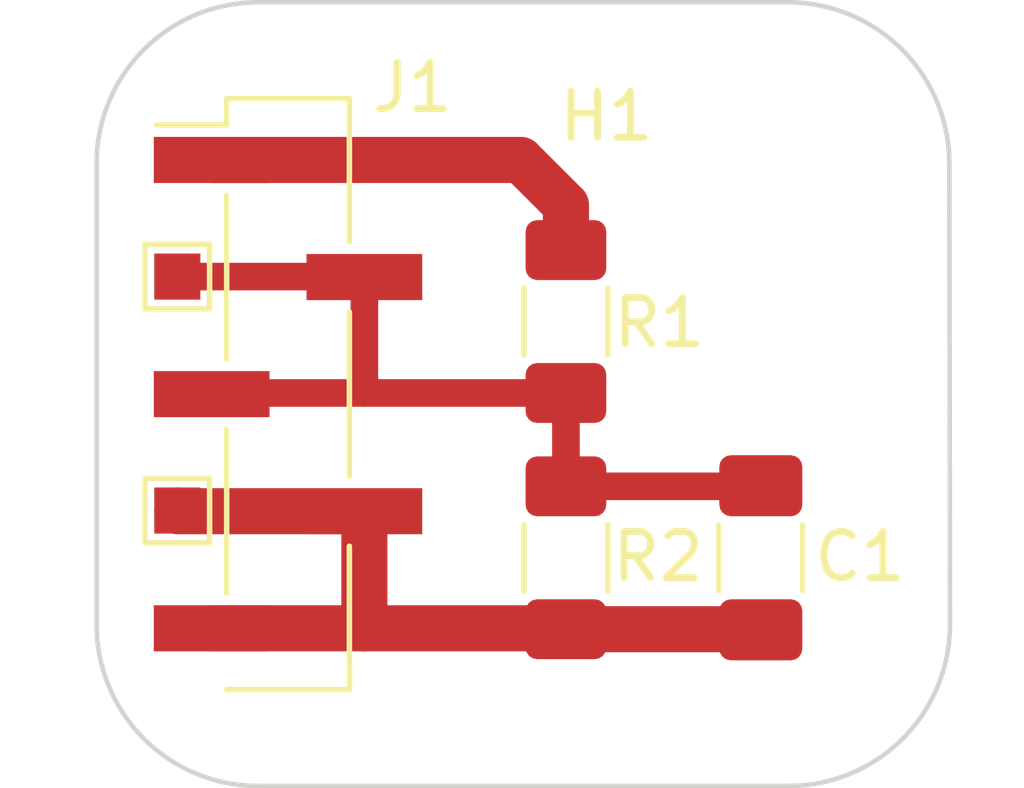
<source format=kicad_pcb>
(kicad_pcb (version 20221018) (generator pcbnew)
  (layers (0 "F.Cu" signal) (31 "B.Cu" signal) (34 "B.Paste" user) (35 "F.Paste" user) (36 "B.SilkS" user "B.Silkscreen") (37 "F.SilkS" user "F.Silkscreen") (38 "B.Mask" user) (39 "F.Mask" user) (44 "Edge.Cuts" user))
  (net 0 "")
  (net 1 "Net-(J1-Pin_2)")
  (net 2 "gnd")
  (net 3 "vcc")
  (footprint "TestPoint:TestPoint_Pad_1.0x1.0mm" (layer "F.Cu") (at 101.75 94.025)
    (fp_text reference "TP4" hide)
    (fp_text value "TestPoint")
    (fp_line (start -0.7 -0.7) (end 0.7 -0.7) (stroke (width 0.12)) (layer "F.SilkS"))
    (fp_line (start -0.7 0.7) (end -0.7 -0.7) (stroke (width 0.12)) (layer "F.SilkS"))
    (fp_line (start 0.7 -0.7) (end 0.7 0.7) (stroke (width 0.12)) (layer "F.SilkS"))
    (fp_line (start 0.7 0.7) (end -0.7 0.7) (stroke (width 0.12)) (layer "F.SilkS"))
    (pad "1" smd rect (at 0 0) (size 1 1) (layers "F.Cu" "F.Mask") (net 2 "gnd"))
  )
  (footprint "Resistor_SMD:R_1206_3216Metric_Pad1.30x1.75mm_HandSolder" (layer "F.Cu") (at 110.175 89.925 -90)
    (fp_text reference "R1" (at 0.025 -2.025 -180) (layer "F.SilkS"))
    (fp_text value "10k")
    (fp_line (start -0.727064 -0.91) (end 0.727064 -0.91) (stroke (width 0.12)) (layer "F.SilkS"))
    (fp_line (start -0.727064 0.91) (end 0.727064 0.91) (stroke (width 0.12)) (layer "F.SilkS"))
    (pad "1" smd roundrect (at -1.55 0 270) (size 1.3 1.75) (layers "F.Cu" "F.Paste" "F.Mask") (roundrect_rratio 0.1923076923) (net 3 "vcc"))
    (pad "2" smd roundrect (at 1.55 0 270) (size 1.3 1.75) (layers "F.Cu" "F.Paste" "F.Mask") (roundrect_rratio 0.1923076923) (net 1 "Net-(J1-Pin_2)"))
  )
  (footprint "Capacitor_SMD:C_1206_3216Metric_Pad1.33x1.80mm_HandSolder" (layer "F.Cu") (at 114.4 95.05 -90)
    (fp_text reference "C1" (at -0.025 -2.15 -180) (layer "F.SilkS"))
    (fp_text value "1u")
    (fp_line (start -0.711252 -0.91) (end 0.711252 -0.91) (stroke (width 0.12)) (layer "F.SilkS"))
    (fp_line (start -0.711252 0.91) (end 0.711252 0.91) (stroke (width 0.12)) (layer "F.SilkS"))
    (pad "1" smd roundrect (at -1.5625 0 270) (size 1.325 1.8) (layers "F.Cu" "F.Paste" "F.Mask") (roundrect_rratio 0.1886792453) (net 1 "Net-(J1-Pin_2)"))
    (pad "2" smd roundrect (at 1.5625 0 270) (size 1.325 1.8) (layers "F.Cu" "F.Paste" "F.Mask") (roundrect_rratio 0.1886792453) (net 2 "gnd"))
  )
  (footprint "Connector_PinHeader_2.54mm:PinHeader_1x05_P2.54mm_Vertical_SMD_Pin1Left" (layer "F.Cu") (at 104.15 91.5)
    (fp_text reference "J1" (at 2.7 -6.65) (layer "F.SilkS"))
    (fp_text value "Conn_01x05_Pin")
    (fp_line (start -1.33 -6.41) (end -1.33 -5.84) (stroke (width 0.12)) (layer "F.SilkS"))
    (fp_line (start -1.33 -6.41) (end 1.33 -6.41) (stroke (width 0.12)) (layer "F.SilkS"))
    (fp_line (start -1.33 -5.84) (end -2.85 -5.84) (stroke (width 0.12)) (layer "F.SilkS"))
    (fp_line (start -1.33 -4.32) (end -1.33 -0.76) (stroke (width 0.12)) (layer "F.SilkS"))
    (fp_line (start -1.33 0.76) (end -1.33 4.32) (stroke (width 0.12)) (layer "F.SilkS"))
    (fp_line (start -1.33 6.41) (end 1.33 6.41) (stroke (width 0.12)) (layer "F.SilkS"))
    (fp_line (start 1.33 -6.41) (end 1.33 -3.3) (stroke (width 0.12)) (layer "F.SilkS"))
    (fp_line (start 1.33 -1.78) (end 1.33 1.78) (stroke (width 0.12)) (layer "F.SilkS"))
    (fp_line (start 1.33 3.3) (end 1.33 6.41) (stroke (width 0.12)) (layer "F.SilkS"))
    (fp_line (start 1.33 5.84) (end 1.33 6.41) (stroke (width 0.12)) (layer "F.SilkS"))
    (pad "1" smd rect (at -1.655 -5.08) (size 2.51 1) (layers "F.Cu" "F.Paste" "F.Mask") (net 3 "vcc"))
    (pad "2" smd rect (at 1.655 -2.54) (size 2.51 1) (layers "F.Cu" "F.Paste" "F.Mask") (net 1 "Net-(J1-Pin_2)"))
    (pad "3" smd rect (at -1.655 0) (size 2.51 1) (layers "F.Cu" "F.Paste" "F.Mask") (net 1 "Net-(J1-Pin_2)"))
    (pad "4" smd rect (at 1.655 2.54) (size 2.51 1) (layers "F.Cu" "F.Paste" "F.Mask") (net 2 "gnd"))
    (pad "5" smd rect (at -1.655 5.08) (size 2.51 1) (layers "F.Cu" "F.Paste" "F.Mask") (net 2 "gnd"))
  )
  (footprint "TestPoint:TestPoint_Pad_1.0x1.0mm" (layer "F.Cu") (at 101.75 88.95)
    (fp_text reference "TP2" hide)
    (fp_text value "TestPoint")
    (fp_line (start -0.7 -0.7) (end 0.7 -0.7) (stroke (width 0.12)) (layer "F.SilkS"))
    (fp_line (start -0.7 0.7) (end -0.7 -0.7) (stroke (width 0.12)) (layer "F.SilkS"))
    (fp_line (start 0.7 -0.7) (end 0.7 0.7) (stroke (width 0.12)) (layer "F.SilkS"))
    (fp_line (start 0.7 0.7) (end -0.7 0.7) (stroke (width 0.12)) (layer "F.SilkS"))
    (pad "1" smd rect (at 0 0) (size 1 1) (layers "F.Cu" "F.Mask") (net 1 "Net-(J1-Pin_2)"))
  )
  (footprint "MountingHole:MountingHole_3.2mm_M3_ISO14580" (layer "F.Cu") (at 114.975 86.5)
    (fp_text reference "H1" (at -3.925 -1.025) (layer "F.SilkS"))
    (fp_text value "MountingHole")
    (pad "" np_thru_hole circle (at 0 0) (size 3.2 3.2) (drill 3.2) (layers "*.Cu" "*.Mask"))
  )
  (footprint "Resistor_SMD:R_1206_3216Metric_Pad1.30x1.75mm_HandSolder" (layer "F.Cu") (at 110.175 95.05 -90)
    (fp_text reference "R2" (at -0.025 -2) (layer "F.SilkS"))
    (fp_text value "100k")
    (fp_line (start -0.727064 -0.91) (end 0.727064 -0.91) (stroke (width 0.12)) (layer "F.SilkS"))
    (fp_line (start -0.727064 0.91) (end 0.727064 0.91) (stroke (width 0.12)) (layer "F.SilkS"))
    (pad "1" smd roundrect (at -1.55 0 270) (size 1.3 1.75) (layers "F.Cu" "F.Paste" "F.Mask") (roundrect_rratio 0.1923076923) (net 1 "Net-(J1-Pin_2)"))
    (pad "2" smd roundrect (at 1.55 0 270) (size 1.3 1.75) (layers "F.Cu" "F.Paste" "F.Mask") (roundrect_rratio 0.1923076923) (net 2 "gnd"))
  )
  (gr_line (start 115.000126 100) (end 103.5 100) (stroke (width 0.1)) (layer "Edge.Cuts"))
  (gr_arc (start 114.987563 83) (mid 117.462436 84.025126) (end 118.487563 86.5) (stroke (width 0.1)) (layer "Edge.Cuts"))
  (gr_line (start 118.487563 86.5) (end 118.500126 96.5) (stroke (width 0.1)) (layer "Edge.Cuts"))
  (gr_arc (start 100 86.5) (mid 101.025126 84.025126) (end 103.5 83) (stroke (width 0.1)) (layer "Edge.Cuts"))
  (gr_arc (start 103.5 100) (mid 101.025126 98.974874) (end 100 96.5) (stroke (width 0.1)) (layer "Edge.Cuts"))
  (gr_line (start 100 96.5) (end 100 86.5) (stroke (width 0.1)) (layer "Edge.Cuts"))
  (gr_line (start 103.5 83) (end 114.987563 83) (stroke (width 0.1)) (layer "Edge.Cuts"))
  (gr_arc (start 118.500126 96.5) (mid 117.475 98.974874) (end 115.000126 100) (stroke (width 0.1)) (layer "Edge.Cuts"))
  (segment (start 110.175 93.5) (end 114.3875 93.5) (width 0.6) (layer "F.Cu") (net 1))
  (segment (start 105.795 88.95) (end 105.805 88.96) (width 0.6) (layer "F.Cu") (net 1))
  (segment (start 110.175 91.475) (end 105.8 91.475) (width 0.6) (layer "F.Cu") (net 1))
  (segment (start 105.8 91.475) (end 102.52 91.475) (width 0.6) (layer "F.Cu") (net 1))
  (segment (start 105.805 88.96) (end 105.835 88.93) (width 0.6) (layer "F.Cu") (net 1))
  (segment (start 101.75 88.95) (end 105.795 88.95) (width 0.6) (layer "F.Cu") (net 1))
  (segment (start 102.52 91.475) (end 102.495 91.5) (width 0.6) (layer "F.Cu") (net 1))
  (segment (start 105.725 88.88) (end 105.805 88.96) (width 0.6) (layer "F.Cu") (net 1))
  (segment (start 105.805 88.96) (end 105.805 91.47) (width 0.6) (layer "F.Cu") (net 1))
  (segment (start 114.3875 93.5) (end 114.4 93.4875) (width 0.6) (layer "F.Cu") (net 1))
  (segment (start 105.805 91.47) (end 105.8 91.475) (width 0.6) (layer "F.Cu") (net 1))
  (segment (start 110.175 93.5) (end 110.175 91.475) (width 0.6) (layer "F.Cu") (net 1))
  (segment (start 105.805 96.575) (end 105.8 96.58) (width 1) (layer "F.Cu") (net 2))
  (segment (start 105.805 94.04) (end 105.805 96.575) (width 1) (layer "F.Cu") (net 2))
  (segment (start 114.3875 96.6) (end 110.175 96.6) (width 1) (layer "F.Cu") (net 2))
  (segment (start 114.4 96.6125) (end 114.3875 96.6) (width 1) (layer "F.Cu") (net 2))
  (segment (start 101.765 94.04) (end 101.75 94.025) (width 1) (layer "F.Cu") (net 2))
  (segment (start 110.155 96.58) (end 110.175 96.6) (width 1) (layer "F.Cu") (net 2))
  (segment (start 105.8 96.58) (end 110.155 96.58) (width 1) (layer "F.Cu") (net 2))
  (segment (start 102.495 96.58) (end 105.8 96.58) (width 1) (layer "F.Cu") (net 2))
  (segment (start 105.805 94.04) (end 101.765 94.04) (width 1) (layer "F.Cu") (net 2))
  (segment (start 110.175 88.35) (end 110.175 87.4) (width 1) (layer "F.Cu") (net 3))
  (segment (start 109.195 86.42) (end 102.495 86.42) (width 1) (layer "F.Cu") (net 3))
  (segment (start 110.175 87.4) (end 109.195 86.42) (width 1) (layer "F.Cu") (net 3))
)
</source>
